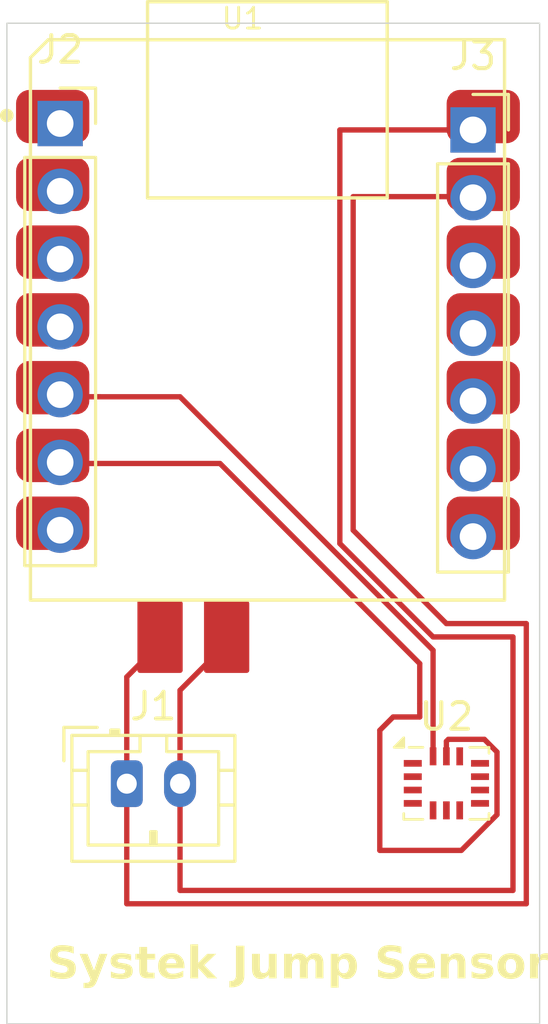
<source format=kicad_pcb>
(kicad_pcb (version 20240108) (generator "pcbnew") (generator_version "8.0")
  (layers (0 "F.Cu" signal) (31 "B.Cu" signal) (34 "B.Paste" user) (35 "F.Paste" user) (36 "B.SilkS" user "B.Silkscreen") (37 "F.SilkS" user "F.Silkscreen") (38 "B.Mask" user) (39 "F.Mask" user) (44 "Edge.Cuts" user))
  (net 0 "")
  (net 1 "Net-(J1-Pin_2)")
  (net 2 "Net-(J1-Pin_1)")
  (net 5 "Net-(U2-GND)")
  (net 8 "Net-(U2-VDD)")
  (net 13 "Net-(J2-Pin_2)")
  (net 14 "Net-(J2-Pin_1)")
  (net 15 "Net-(J2-Pin_3)")
  (net 16 "Net-(J2-Pin_4)")
  (net 17 "Net-(J2-Pin_5)")
  (net 18 "Net-(J2-Pin_6)")
  (net 19 "Net-(J2-Pin_7)")
  (net 20 "Net-(J3-Pin_5)")
  (net 21 "Net-(J3-Pin_7)")
  (net 22 "Net-(J3-Pin_4)")
  (net 23 "Net-(J3-Pin_2)")
  (net 24 "Net-(J3-Pin_6)")
  (net 25 "Net-(J3-Pin_1)")
  (net 26 "Net-(J3-Pin_3)")
  (net 27 "unconnected-(U2-SDx-Pad14)")
  (net 28 "unconnected-(U2-SCx-Pad13)")
  (footprint "Connector_PinSocket_2.54mm:PinSocket_1x07_P2.54mm_Vertical" (layer "F.Cu") (at 65.5 55.76)
    (property "Reference" "J2" (at 0 -2.77 0) (layer "F.SilkS"))
    (property "Value" "Conn_01x07_Socket" (hide yes))
    (fp_line (start -1.33 1.27) (end -1.33 16.57) (stroke (width 0.12)) (layer "F.SilkS"))
    (fp_line (start -1.33 1.27) (end 1.33 1.27) (stroke (width 0.12)) (layer "F.SilkS"))
    (fp_line (start -1.33 16.57) (end 1.33 16.57) (stroke (width 0.12)) (layer "F.SilkS"))
    (fp_line (start 0 -1.33) (end 1.33 -1.33) (stroke (width 0.12)) (layer "F.SilkS"))
    (fp_line (start 1.33 -1.33) (end 1.33 0) (stroke (width 0.12)) (layer "F.SilkS"))
    (fp_line (start 1.33 1.27) (end 1.33 16.57) (stroke (width 0.12)) (layer "F.SilkS"))
    (pad "1" thru_hole rect (at 0 0) (size 1.7 1.7) (drill 1) (layers "*.Cu" "*.Mask") (net 14 "Net-(J2-Pin_1)"))
    (pad "2" thru_hole oval (at 0 2.54) (size 1.7 1.7) (drill 1) (layers "*.Cu" "*.Mask") (net 13 "Net-(J2-Pin_2)"))
    (pad "3" thru_hole oval (at 0 5.08) (size 1.7 1.7) (drill 1) (layers "*.Cu" "*.Mask") (net 15 "Net-(J2-Pin_3)"))
    (pad "4" thru_hole oval (at 0 7.62) (size 1.7 1.7) (drill 1) (layers "*.Cu" "*.Mask") (net 16 "Net-(J2-Pin_4)"))
    (pad "5" thru_hole oval (at 0 10.16) (size 1.7 1.7) (drill 1) (layers "*.Cu" "*.Mask") (net 17 "Net-(J2-Pin_5)"))
    (pad "6" thru_hole oval (at 0 12.7) (size 1.7 1.7) (drill 1) (layers "*.Cu" "*.Mask") (net 18 "Net-(J2-Pin_6)"))
    (pad "7" thru_hole oval (at 0 15.24) (size 1.7 1.7) (drill 1) (layers "*.Cu" "*.Mask") (net 19 "Net-(J2-Pin_7)"))
  )
  (footprint "Package_LGA:Bosch_LGA-14_3x2.5mm_P0.5mm" (layer "F.Cu") (at 80 80.4875)
    (property "Reference" "U2" (at 0 -2.5 0) (layer "F.SilkS"))
    (property "Value" "BMI160")
    (fp_line (start -1.6 1.35) (end -1.6 1.13) (stroke (width 0.1)) (layer "F.SilkS"))
    (fp_line (start -1.6 1.35) (end -0.88 1.35) (stroke (width 0.1)) (layer "F.SilkS"))
    (fp_line (start -1.4 -1.35) (end -0.88 -1.35) (stroke (width 0.1)) (layer "F.SilkS"))
    (fp_line (start 0.88 -1.35) (end 1.6 -1.35) (stroke (width 0.1)) (layer "F.SilkS"))
    (fp_line (start 1.6 -1.35) (end 1.6 -1.13) (stroke (width 0.1)) (layer "F.SilkS"))
    (fp_line (start 1.6 1.13) (end 1.6 1.35) (stroke (width 0.1)) (layer "F.SilkS"))
    (fp_line (start 1.6 1.35) (end 0.88 1.35) (stroke (width 0.1)) (layer "F.SilkS"))
    (fp_poly (pts (xy -1.6 -1.35) (xy -1.96 -1.35) (xy -1.6 -1.71) (xy -1.6 -1.35)) (stroke (width 0.1)) (fill solid) (layer "F.SilkS"))
    (pad "1" smd rect (at -1.2625 -0.75) (size 0.675 0.25) (layers "F.Cu" "F.Paste" "F.Mask"))
    (pad "2" smd rect (at -1.2625 -0.25) (size 0.675 0.25) (layers "F.Cu" "F.Paste" "F.Mask"))
    (pad "3" smd rect (at -1.2625 0.25) (size 0.675 0.25) (layers "F.Cu" "F.Paste" "F.Mask"))
    (pad "4" smd rect (at -1.2625 0.75) (size 0.675 0.25) (layers "F.Cu" "F.Paste" "F.Mask"))
    (pad "5" smd rect (at -0.5 1.0125) (size 0.25 0.675) (layers "F.Cu" "F.Paste" "F.Mask") (net 8 "Net-(U2-VDD)"))
    (pad "6" smd rect (at 0 1.0125) (size 0.25 0.675) (layers "F.Cu" "F.Paste" "F.Mask") (net 5 "Net-(U2-GND)"))
    (pad "7" smd rect (at 0.5 1.0125) (size 0.25 0.675) (layers "F.Cu" "F.Paste" "F.Mask") (net 5 "Net-(U2-GND)"))
    (pad "8" smd rect (at 1.2625 0.75) (size 0.675 0.25) (layers "F.Cu" "F.Paste" "F.Mask") (net 8 "Net-(U2-VDD)"))
    (pad "9" smd rect (at 1.2625 0.25) (size 0.675 0.25) (layers "F.Cu" "F.Paste" "F.Mask"))
    (pad "10" smd rect (at 1.2625 -0.25) (size 0.675 0.25) (layers "F.Cu" "F.Paste" "F.Mask"))
    (pad "11" smd rect (at 1.2625 -0.75) (size 0.675 0.25) (layers "F.Cu" "F.Paste" "F.Mask"))
    (pad "12" smd rect (at 0.5 -1.0125) (size 0.25 0.675) (layers "F.Cu" "F.Paste" "F.Mask"))
    (pad "13" smd rect (at 0 -1.0125) (size 0.25 0.675) (layers "F.Cu" "F.Paste" "F.Mask") (net 28 "unconnected-(U2-SCx-Pad13)"))
    (pad "14" smd rect (at -0.5 -1.0125) (size 0.25 0.675) (layers "F.Cu" "F.Paste" "F.Mask") (net 27 "unconnected-(U2-SDx-Pad14)"))
  )
  (footprint "xiao:MOUDLE14P-2.54-21X17.8MM" (layer "F.Cu") (at 64.384 73.61925)
    (property "Reference" "U1" (at 7.112 -21.336 0) (layer "F.SilkS") (effects (font (size 0.78232 0.78232) (thickness 0.10668)) (justify left bottom)))
    (property "Value" "SeeeduinoXIAO")
    (fp_line (start 0 -20.328459) (end 0 0) (stroke (width 0.127)) (layer "F.SilkS"))
    (fp_line (start 0 0) (end 17.8 0) (stroke (width 0.127)) (layer "F.SilkS"))
    (fp_line (start 0.67154 -21) (end 0 -20.328459) (stroke (width 0.127)) (layer "F.SilkS"))
    (fp_line (start 4.396 -15.072) (end 4.396 -22.425) (stroke (width 0.127)) (layer "F.SilkS"))
    (fp_line (start 4.4 -22.424) (end 13.395 -22.424) (stroke (width 0.127)) (layer "F.SilkS"))
    (fp_line (start 13.395 -22.424) (end 13.395 -15.072) (stroke (width 0.127)) (layer "F.SilkS"))
    (fp_line (start 13.395 -15.072) (end 4.396 -15.072) (stroke (width 0.127)) (layer "F.SilkS"))
    (fp_line (start 17.8 -21) (end 0.67154 -21) (stroke (width 0.127)) (layer "F.SilkS"))
    (fp_line (start 17.8 0) (end 17.8 -21) (stroke (width 0.127)) (layer "F.SilkS"))
    (fp_circle (center -0.889 -18.161) (end -0.762 -18.161) (stroke (width 0.254)) (fill solid) (layer "F.SilkS"))
    (pad "1" smd roundrect (at 0.835 -18.12) (size 2.75 2) (layers "F.Cu" "F.Paste" "F.Mask") (net 14 "Net-(J2-Pin_1)"))
    (pad "2" smd roundrect (at 0.835 -15.58) (size 2.75 2) (layers "F.Cu" "F.Paste" "F.Mask") (net 13 "Net-(J2-Pin_2)"))
    (pad "3" smd roundrect (at 0.835 -13.04) (size 2.75 2) (layers "F.Cu" "F.Paste" "F.Mask") (net 15 "Net-(J2-Pin_3)"))
    (pad "4" smd roundrect (at 0.835 -10.5) (size 2.75 2) (layers "F.Cu" "F.Paste" "F.Mask") (net 16 "Net-(J2-Pin_4)"))
    (pad "5" smd roundrect (at 0.835 -7.96) (size 2.75 2) (layers "F.Cu" "F.Paste" "F.Mask") (net 17 "Net-(J2-Pin_5)"))
    (pad "6" smd roundrect (at 0.835 -5.42) (size 2.75 2) (layers "F.Cu" "F.Paste" "F.Mask") (net 18 "Net-(J2-Pin_6)"))
    (pad "7" smd roundrect (at 0.835 -2.88) (size 2.75 2) (layers "F.Cu" "F.Paste" "F.Mask") (net 19 "Net-(J2-Pin_7)"))
    (pad "8" smd roundrect (at 17 -2.88) (size 2.75 2) (layers "F.Cu" "F.Paste" "F.Mask") (net 21 "Net-(J3-Pin_7)"))
    (pad "9" smd roundrect (at 17 -5.42) (size 2.75 2) (layers "F.Cu" "F.Paste" "F.Mask") (net 24 "Net-(J3-Pin_6)"))
    (pad "10" smd roundrect (at 17 -7.96) (size 2.75 2) (layers "F.Cu" "F.Paste" "F.Mask") (net 20 "Net-(J3-Pin_5)"))
    (pad "11" smd roundrect (at 17 -10.5) (size 2.75 2) (layers "F.Cu" "F.Paste" "F.Mask") (net 22 "Net-(J3-Pin_4)"))
    (pad "12" smd roundrect (at 17 -13.04) (size 2.75 2) (layers "F.Cu" "F.Paste" "F.Mask") (net 26 "Net-(J3-Pin_3)"))
    (pad "13" smd roundrect (at 17 -15.58) (size 2.75 2) (layers "F.Cu" "F.Paste" "F.Mask") (net 23 "Net-(J3-Pin_2)"))
    (pad "14" smd roundrect (at 17 -18.12) (size 2.75 2) (layers "F.Cu" "F.Paste" "F.Mask") (net 25 "Net-(J3-Pin_1)"))
  )
  (footprint "Connector_JST:JST_PH_B2B-PH-K_1x02_P2.00mm_Vertical" (layer "F.Cu") (at 68 80.5)
    (property "Reference" "J1" (at 1 -2.9 0) (layer "F.SilkS"))
    (property "Value" "Conn_01x02_Pin" (hide yes))
    (fp_line (start -2.36 -2.11) (end -2.36 -0.86) (stroke (width 0.12)) (layer "F.SilkS"))
    (fp_line (start -2.06 -1.81) (end -2.06 2.91) (stroke (width 0.12)) (layer "F.SilkS"))
    (fp_line (start -2.06 -0.5) (end -1.45 -0.5) (stroke (width 0.12)) (layer "F.SilkS"))
    (fp_line (start -2.06 0.8) (end -1.45 0.8) (stroke (width 0.12)) (layer "F.SilkS"))
    (fp_line (start -2.06 2.91) (end 4.06 2.91) (stroke (width 0.12)) (layer "F.SilkS"))
    (fp_line (start -1.45 -1.2) (end -1.45 2.3) (stroke (width 0.12)) (layer "F.SilkS"))
    (fp_line (start -1.45 2.3) (end 3.45 2.3) (stroke (width 0.12)) (layer "F.SilkS"))
    (fp_line (start -1.11 -2.11) (end -2.36 -2.11) (stroke (width 0.12)) (layer "F.SilkS"))
    (fp_line (start -0.6 -2.01) (end -0.6 -1.81) (stroke (width 0.12)) (layer "F.SilkS"))
    (fp_line (start -0.3 -2.01) (end -0.6 -2.01) (stroke (width 0.12)) (layer "F.SilkS"))
    (fp_line (start -0.3 -1.91) (end -0.6 -1.91) (stroke (width 0.12)) (layer "F.SilkS"))
    (fp_line (start -0.3 -1.81) (end -0.3 -2.01) (stroke (width 0.12)) (layer "F.SilkS"))
    (fp_line (start 0.5 -1.81) (end 0.5 -1.2) (stroke (width 0.12)) (layer "F.SilkS"))
    (fp_line (start 0.5 -1.2) (end -1.45 -1.2) (stroke (width 0.12)) (layer "F.SilkS"))
    (fp_line (start 0.9 1.8) (end 1.1 1.8) (stroke (width 0.12)) (layer "F.SilkS"))
    (fp_line (start 0.9 2.3) (end 0.9 1.8) (stroke (width 0.12)) (layer "F.SilkS"))
    (fp_line (start 1 2.3) (end 1 1.8) (stroke (width 0.12)) (layer "F.SilkS"))
    (fp_line (start 1.1 1.8) (end 1.1 2.3) (stroke (width 0.12)) (layer "F.SilkS"))
    (fp_line (start 1.5 -1.2) (end 1.5 -1.81) (stroke (width 0.12)) (layer "F.SilkS"))
    (fp_line (start 3.45 -1.2) (end 1.5 -1.2) (stroke (width 0.12)) (layer "F.SilkS"))
    (fp_line (start 3.45 2.3) (end 3.45 -1.2) (stroke (width 0.12)) (layer "F.SilkS"))
    (fp_line (start 4.06 -1.81) (end -2.06 -1.81) (stroke (width 0.12)) (layer "F.SilkS"))
    (fp_line (start 4.06 -0.5) (end 3.45 -0.5) (stroke (width 0.12)) (layer "F.SilkS"))
    (fp_line (start 4.06 0.8) (end 3.45 0.8) (stroke (width 0.12)) (layer "F.SilkS"))
    (fp_line (start 4.06 2.91) (end 4.06 -1.81) (stroke (width 0.12)) (layer "F.SilkS"))
    (pad "1" thru_hole roundrect (at 0 0) (size 1.2 1.75) (drill 0.75) (layers "*.Cu" "*.Mask") (roundrect_rratio 0.208333) (net 2 "Net-(J1-Pin_1)"))
    (pad "2" thru_hole oval (at 2 0) (size 1.2 1.75) (drill 0.75) (layers "*.Cu" "*.Mask") (net 1 "Net-(J1-Pin_2)"))
  )
  (footprint "Connector_PinSocket_2.54mm:PinSocket_1x07_P2.54mm_Vertical" (layer "F.Cu") (at 81 56)
    (property "Reference" "J3" (at 0 -2.77 0) (layer "F.SilkS"))
    (property "Value" "Conn_01x07_Socket" (hide yes))
    (fp_line (start -1.33 1.27) (end -1.33 16.57) (stroke (width 0.12)) (layer "F.SilkS"))
    (fp_line (start -1.33 1.27) (end 1.33 1.27) (stroke (width 0.12)) (layer "F.SilkS"))
    (fp_line (start -1.33 16.57) (end 1.33 16.57) (stroke (width 0.12)) (layer "F.SilkS"))
    (fp_line (start 0 -1.33) (end 1.33 -1.33) (stroke (width 0.12)) (layer "F.SilkS"))
    (fp_line (start 1.33 -1.33) (end 1.33 0) (stroke (width 0.12)) (layer "F.SilkS"))
    (fp_line (start 1.33 1.27) (end 1.33 16.57) (stroke (width 0.12)) (layer "F.SilkS"))
    (pad "1" thru_hole rect (at 0 0) (size 1.7 1.7) (drill 1) (layers "*.Cu" "*.Mask") (net 25 "Net-(J3-Pin_1)"))
    (pad "2" thru_hole oval (at 0 2.54) (size 1.7 1.7) (drill 1) (layers "*.Cu" "*.Mask") (net 23 "Net-(J3-Pin_2)"))
    (pad "3" thru_hole oval (at 0 5.08) (size 1.7 1.7) (drill 1) (layers "*.Cu" "*.Mask") (net 26 "Net-(J3-Pin_3)"))
    (pad "4" thru_hole oval (at 0 7.62) (size 1.7 1.7) (drill 1) (layers "*.Cu" "*.Mask") (net 22 "Net-(J3-Pin_4)"))
    (pad "5" thru_hole oval (at 0 10.16) (size 1.7 1.7) (drill 1) (layers "*.Cu" "*.Mask") (net 20 "Net-(J3-Pin_5)"))
    (pad "6" thru_hole oval (at 0 12.7) (size 1.7 1.7) (drill 1) (layers "*.Cu" "*.Mask") (net 24 "Net-(J3-Pin_6)"))
    (pad "7" thru_hole oval (at 0 15.24) (size 1.7 1.7) (drill 1) (layers "*.Cu" "*.Mask") (net 21 "Net-(J3-Pin_7)"))
  )
  (gr_line (start 80 56) (end 80.5 56) (stroke (width 0.2)) (layer "F.Cu"))
  (gr_line (start 83 85) (end 83 74.5) (stroke (width 0.2)) (layer "F.Cu") (net 2))
  (gr_line (start 83 74.5) (end 80 74.5) (stroke (width 0.2)) (layer "F.Cu") (net 2))
  (gr_line (start 68 85) (end 83 85) (stroke (width 0.2)) (layer "F.Cu") (net 2))
  (gr_rect (start 68.5 73.75) (end 70 76.25) (stroke (width 0.2)) (fill solid) (layer "F.Cu") (net 2))
  (gr_line (start 76.5 71) (end 76.5 58.5) (stroke (width 0.2)) (layer "F.Cu") (net 2))
  (gr_line (start 76 71.5) (end 76 56) (stroke (width 0.2)) (layer "F.Cu") (net 1))
  (gr_line (start 65.5 66) (end 67 66) (stroke (width 0.2)) (layer "F.Cu"))
  (gr_line (start 76 56) (end 80 56) (stroke (width 0.2)) (layer "F.Cu") (net 1))
  (gr_line (start 82.5 84.5) (end 82.5 75) (stroke (width 0.2)) (layer "F.Cu") (net 1))
  (gr_line (start 70 80.5) (end 70 84.5) (stroke (width 0.2)) (layer "F.Cu") (net 1))
  (gr_line (start 80 74.5) (end 76.5 71) (stroke (width 0.2)) (layer "F.Cu") (net 2))
  (gr_line (start 82.5 75) (end 79.5 75) (stroke (width 0.2)) (layer "F.Cu") (net 1))
  (gr_line (start 68 80.5) (end 68 85) (stroke (width 0.2)) (layer "F.Cu") (net 2))
  (gr_line (start 79.5 75) (end 76 71.5) (stroke (width 0.2)) (layer "F.Cu") (net 1))
  (gr_line (start 66 68.5) (end 67 68.5) (stroke (width 0.2)) (layer "F.Cu"))
  (gr_line (start 70 84.5) (end 82.5 84.5) (stroke (width 0.2)) (layer "F.Cu") (net 1))
  (gr_line (start 76.5 58.5) (end 80.5 58.5) (stroke (width 0.2)) (layer "F.Cu"))
  (gr_rect (start 71 73.75) (end 72.5 76.25) (stroke (width 0.2)) (fill solid) (layer "F.Cu") (net 1))
  (gr_rect (start 63.5 52) (end 83.5 89.5) (stroke (width 0.05)) (fill none) (layer "Edge.Cuts"))
  (gr_text "Systek Jump Sensor" (at 65 88 0) (layer "F.SilkS") (effects (font (size 1.2 1.2) (thickness 0.3) (bold yes)) (justify left bottom)))
  (segment (start 70 80.5) (end 70 77) (width 0.2) (layer "F.Cu") (net 1))
  (segment (start 70 77) (end 71.5 75.5) (width 0.2) (layer "F.Cu") (net 1))
  (segment (start 68 80.5) (end 68 76.5) (width 0.2) (layer "F.Cu") (net 2))
  (segment (start 68 76.5) (end 69 75.5) (width 0.2) (layer "F.Cu") (net 2))
  (segment (start 70 66) (end 66.65 66) (width 0.2) (layer "F.Cu") (net 27))
  (segment (start 79.5 79.475) (end 79.5 75.5) (width 0.2) (layer "F.Cu") (net 27))
  (segment (start 79.5 75.5) (end 70 66) (width 0.2) (layer "F.Cu") (net 27))
  (segment (start 81.425 78.8375) (end 81.9 79.3125) (width 0.2) (layer "F.Cu") (net 28))
  (segment (start 78 78) (end 79 78) (width 0.2) (layer "F.Cu") (net 28))
  (segment (start 80.075 78.8375) (end 81.425 78.8375) (width 0.2) (layer "F.Cu") (net 28))
  (segment (start 79 77.5) (end 79 76) (width 0.2) (layer "F.Cu") (net 28))
  (segment (start 79 76) (end 71.5 68.5) (width 0.2) (layer "F.Cu") (net 28))
  (segment (start 80 79.475) (end 80 78.9125) (width 0.2) (layer "F.Cu") (net 28))
  (segment (start 77.5 78.5) (end 78 78) (width 0.2) (layer "F.Cu") (net 28))
  (segment (start 71.5 68.5) (end 66.65 68.5) (width 0.2) (layer "F.Cu") (net 28))
  (segment (start 77.5 83) (end 77.5 78.5) (width 0.2) (layer "F.Cu") (net 28))
  (segment (start 81.9 79.3125) (end 81.9 81.6625) (width 0.2) (layer "F.Cu") (net 28))
  (segment (start 79 78) (end 79 77.5) (width 0.2) (layer "F.Cu") (net 28))
  (segment (start 81.9 81.6625) (end 80.5625 83) (width 0.2) (layer "F.Cu") (net 28))
  (segment (start 80 78.9125) (end 80.075 78.8375) (width 0.2) (layer "F.Cu") (net 28))
  (segment (start 80.5625 83) (end 77.5 83) (width 0.2) (layer "F.Cu") (net 28))
)
</source>
